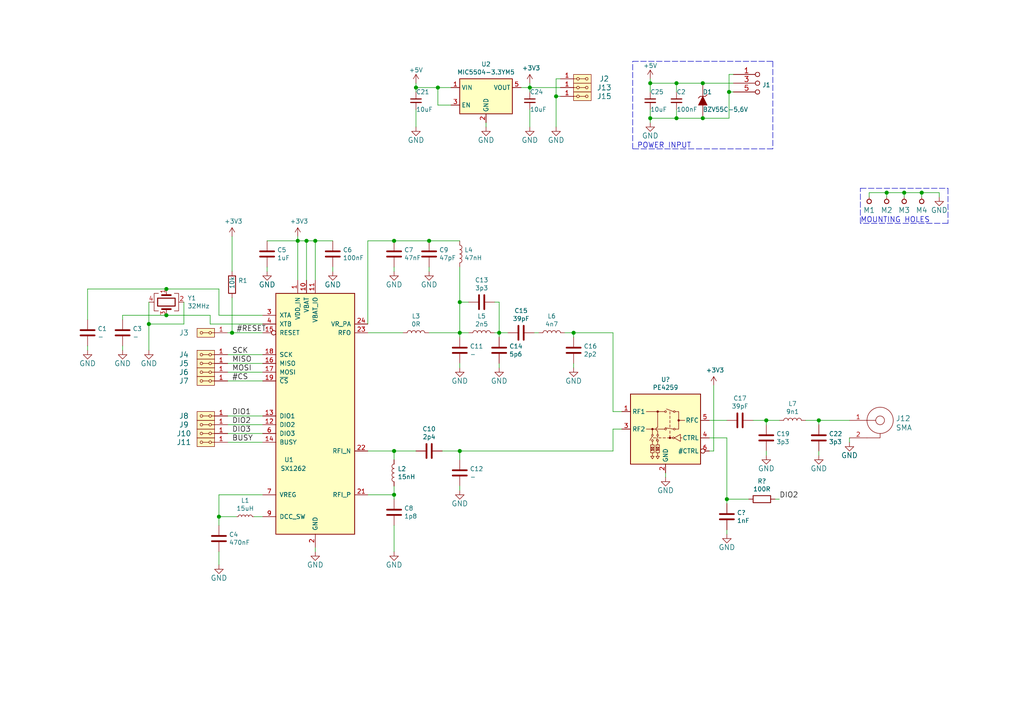
<source format=kicad_sch>
(kicad_sch (version 20210126) (generator eeschema)
  (paper "A4")
  (title_block (title "ISM02A") (date "%F") (company "MLAB www.mlab.cz") (comment 2 "ISM RF module with LoRa network capability") (comment 3 "info@mlab.cz") (comment 4 "GPL 3.0") (comment 6 "jacho,cernohorsky"))
  (lib_symbols
    (symbol "Device:C" (pin_numbers hide) (pin_names (offset 0.254))
      (property "Reference" "C" (at 0.635 2.54 0))
      (property "Value" "C" (at 0.635 -2.54 0))
      (symbol "C_0_1"
        (polyline (pts (xy -2.032 -0.762) (xy 2.032 -0.762)) (stroke (width 0.508)))
        (polyline (pts (xy -2.032 0.762) (xy 2.032 0.762)) (stroke (width 0.508)))
      )
      (symbol "C_1_1"
        (pin passive line (at 0 3.81 270) (length 2.794) (name "~") (number "1"))
        (pin passive line (at 0 -3.81 90) (length 2.794) (name "~") (number "2"))
      )
    )
    (symbol "Device:R" (pin_numbers hide) (pin_names (offset 0))
      (property "Reference" "R" (at 2.032 0 90))
      (property "Value" "R" (at 0 0 90))
      (symbol "R_0_1"
        (rectangle (start -1.016 -2.54) (end 1.016 2.54) (stroke (width 0.254)))
      )
      (symbol "R_1_1"
        (pin passive line (at 0 3.81 270) (length 1.27) (name "~") (number "1"))
        (pin passive line (at 0 -3.81 90) (length 1.27) (name "~") (number "2"))
      )
    )
    (symbol "ISM02A-rescue:C-Device-ISM02A-rescue" (pin_numbers hide) (pin_names (offset 0.254))
      (property "Reference" "C" (at 0.635 2.54 0))
      (property "Value" "C-Device-ISM02A-rescue" (at 0.635 -2.54 0))
      (symbol "C-Device-ISM02A-rescue_0_1"
        (polyline (pts (xy -2.032 -0.762) (xy 2.032 -0.762)) (stroke (width 0.508)))
        (polyline (pts (xy -2.032 0.762) (xy 2.032 0.762)) (stroke (width 0.508)))
      )
      (symbol "C-Device-ISM02A-rescue_1_1"
        (pin passive line (at 0 3.81 270) (length 2.794) (name "~") (number "1"))
        (pin passive line (at 0 -3.81 90) (length 2.794) (name "~") (number "2"))
      )
    )
    (symbol "ISM02A-rescue:C_Small-Device-ISM02A-rescue" (pin_numbers hide) (pin_names (offset 0.254) hide)
      (property "Reference" "C" (at 0.254 1.778 0))
      (property "Value" "C_Small-Device-ISM02A-rescue" (at 0.254 -2.032 0))
      (symbol "C_Small-Device-ISM02A-rescue_0_1"
        (polyline (pts (xy -1.524 -0.508) (xy 1.524 -0.508)) (stroke (width 0.3302)))
        (polyline (pts (xy -1.524 0.508) (xy 1.524 0.508)) (stroke (width 0.3048)))
      )
      (symbol "C_Small-Device-ISM02A-rescue_1_1"
        (pin passive line (at 0 2.54 270) (length 2.032) (name "~") (number "1"))
        (pin passive line (at 0 -2.54 90) (length 2.032) (name "~") (number "2"))
      )
    )
    (symbol "ISM02A-rescue:Crystal_GND24-Device-ISM02A-rescue" (pin_names (offset 1.016) hide)
      (property "Reference" "Y" (at 3.175 5.08 0))
      (property "Value" "Crystal_GND24-Device-ISM02A-rescue" (at 3.175 3.175 0))
      (symbol "Crystal_GND24-Device-ISM02A-rescue_0_1"
        (rectangle (start -1.143 2.54) (end 1.143 -2.54) (stroke (width 0.3048)))
        (polyline (pts (xy -2.54 0) (xy -2.032 0)))
        (polyline (pts (xy -2.032 -1.27) (xy -2.032 1.27)) (stroke (width 0.508)))
        (polyline (pts (xy 0 -3.81) (xy 0 -3.556)))
        (polyline (pts (xy 0 3.556) (xy 0 3.81)))
        (polyline (pts (xy 2.032 -1.27) (xy 2.032 1.27)) (stroke (width 0.508)))
        (polyline (pts (xy 2.032 0) (xy 2.54 0)))
        (polyline (pts (xy -2.54 -2.286) (xy -2.54 -3.556) (xy 2.54 -3.556) (xy 2.54 -2.286)))
        (polyline (pts (xy -2.54 2.286) (xy -2.54 3.556) (xy 2.54 3.556) (xy 2.54 2.286)))
      )
      (symbol "Crystal_GND24-Device-ISM02A-rescue_1_1"
        (pin passive line (at -3.81 0 0) (length 1.27) (name "1") (number "1"))
        (pin passive line (at 0 5.08 270) (length 1.27) (name "2") (number "2"))
        (pin passive line (at 3.81 0 180) (length 1.27) (name "3") (number "3"))
        (pin passive line (at 0 -5.08 90) (length 1.27) (name "4") (number "4"))
      )
    )
    (symbol "ISM02A-rescue:D_ZENER-MLAB_D" (pin_numbers hide) (pin_names (offset 1.016) hide)
      (property "Reference" "D" (at 0 2.54 0))
      (property "Value" "D_ZENER-MLAB_D" (at 0 -2.54 0))
      (symbol "D_ZENER-MLAB_D_0_1"
        (polyline (pts (xy -1.778 1.27) (xy -1.27 0.762) (xy -1.27 -0.762) (xy -0.762 -1.27) (xy -0.762 -1.27)) (stroke (width 0.2032)))
        (polyline (pts (xy -1.27 0) (xy 1.27 1.27) (xy 1.27 -1.27) (xy -1.27 0) (xy -1.27 0)) (fill (type outline)))
      )
      (symbol "D_ZENER-MLAB_D_1_1"
        (pin passive line (at -5.08 0 0) (length 3.81) (name "K") (number "1"))
        (pin passive line (at 5.08 0 180) (length 3.81) (name "A") (number "2"))
      )
    )
    (symbol "ISM02A-rescue:HEADER_2x01_PARALLEL-MLAB_HEADER" (pin_names (offset 1.016))
      (property "Reference" "J" (at 0 -2.54 0))
      (property "Value" "HEADER_2x01_PARALLEL-MLAB_HEADER" (at 0 2.54 0))
      (symbol "HEADER_2x01_PARALLEL-MLAB_HEADER_0_1"
        (circle (center -1.27 0) (radius 0.381))
        (circle (center 1.27 0) (radius 0.381))
        (rectangle (start -2.54 1.27) (end 2.54 -1.27) (fill (type background)))
        (polyline (pts (xy -1.651 0) (xy -2.54 0)))
        (polyline (pts (xy -0.889 0) (xy 0.889 0)))
      )
      (symbol "HEADER_2x01_PARALLEL-MLAB_HEADER_1_1"
        (pin input line (at -6.35 0 0) (length 3.81) (name "~") (number "1"))
        (pin input line (at -6.35 0 0) (length 3.81) hide (name "~") (number "2"))
      )
    )
    (symbol "ISM02A-rescue:HOLE-MLAB_MECHANICAL" (pin_numbers hide) (pin_names (offset 1.016) hide)
      (property "Reference" "M" (at 0 2.54 0))
      (property "Value" "HOLE-MLAB_MECHANICAL" (at 0 -2.54 0))
      (symbol "HOLE-MLAB_MECHANICAL_0_1"
        (circle (center 0 0) (radius 0.635) (stroke (width 0.254)))
      )
      (symbol "HOLE-MLAB_MECHANICAL_1_1"
        (pin input line (at 1.27 0 180) (length 0.635) (name "~") (number "1"))
      )
    )
    (symbol "ISM02A-rescue:JUMP_3X2-MLAB_Jumpers" (pin_names (offset 1.016) hide)
      (property "Reference" "J" (at -8.89 5.08 0))
      (symbol "JUMP_3X2-MLAB_Jumpers_1_1"
        (pin passive inverted (at -10.16 3.81 0) (length 7.62) (name "2") (number "1"))
        (pin passive inverted (at -10.16 3.81 0) (length 7.62) hide (name "2") (number "2"))
        (pin passive inverted (at -10.16 1.27 0) (length 7.62) (name "4") (number "3"))
        (pin passive inverted (at -10.16 1.27 0) (length 7.62) hide (name "4") (number "4"))
        (pin passive inverted (at -10.16 -1.27 0) (length 7.62) (name "6") (number "5"))
        (pin passive inverted (at -10.16 -1.27 0) (length 7.62) hide (name "6") (number "6"))
      )
    )
    (symbol "ISM02A-rescue:L-Device-ISM02A-rescue" (pin_numbers hide) (pin_names (offset 1.016) hide)
      (property "Reference" "L" (at -1.27 0 90))
      (property "Value" "L-Device-ISM02A-rescue" (at 1.905 0 90))
      (symbol "L-Device-ISM02A-rescue_0_1"
        (arc (start 0 -2.54) (end 0 -1.27) (radius (at 0 -1.905) (length 0.635) (angles -89.9 89.9)))
        (arc (start 0 -1.27) (end 0 0) (radius (at 0 -0.635) (length 0.635) (angles -89.9 89.9)))
        (arc (start 0 0) (end 0 1.27) (radius (at 0 0.635) (length 0.635) (angles -89.9 89.9)))
        (arc (start 0 1.27) (end 0 2.54) (radius (at 0 1.905) (length 0.635) (angles -89.9 89.9)))
      )
      (symbol "L-Device-ISM02A-rescue_1_1"
        (pin passive line (at 0 3.81 270) (length 1.27) (name "1") (number "1"))
        (pin passive line (at 0 -3.81 90) (length 1.27) (name "2") (number "2"))
      )
    )
    (symbol "ISM02A-rescue:L_Small-Device-ISM02A-rescue" (pin_numbers hide) (pin_names (offset 0.254) hide)
      (property "Reference" "L" (at 0.762 1.016 0))
      (property "Value" "L_Small-Device-ISM02A-rescue" (at 0.762 -1.016 0))
      (symbol "L_Small-Device-ISM02A-rescue_0_1"
        (arc (start 0 -2.032) (end 0 -1.016) (radius (at 0 -1.524) (length 0.508) (angles -89.9 89.9)))
        (arc (start 0 -1.016) (end 0 0) (radius (at 0 -0.508) (length 0.508) (angles -89.9 89.9)))
        (arc (start 0 0) (end 0 1.016) (radius (at 0 0.508) (length 0.508) (angles -89.9 89.9)))
        (arc (start 0 1.016) (end 0 2.032) (radius (at 0 1.524) (length 0.508) (angles -89.9 89.9)))
      )
      (symbol "L_Small-Device-ISM02A-rescue_1_1"
        (pin passive line (at 0 2.54 270) (length 0.508) (name "~") (number "1"))
        (pin passive line (at 0 -2.54 90) (length 0.508) (name "~") (number "2"))
      )
    )
    (symbol "ISM02A-rescue:MIC5504-3.3YM5-Regulator_Linear-ISM02A-rescue"
      (property "Reference" "U" (at -7.62 8.89 0))
      (property "Value" "MIC5504-3.3YM5-Regulator_Linear-ISM02A-rescue" (at -7.62 6.35 0))
      (symbol "MIC5504-3.3YM5-Regulator_Linear-ISM02A-rescue_0_1"
        (rectangle (start -7.62 -5.08) (end 7.62 5.08) (stroke (width 0.254)) (fill (type background)))
      )
      (symbol "MIC5504-3.3YM5-Regulator_Linear-ISM02A-rescue_1_1"
        (pin power_in line (at -10.16 2.54 0) (length 2.54) (name "VIN") (number "1"))
        (pin power_in line (at 0 -7.62 90) (length 2.54) (name "GND") (number "2"))
        (pin input line (at -10.16 -2.54 0) (length 2.54) (name "EN") (number "3"))
        (pin no_connect line (at 7.62 -2.54 180) (length 2.54) hide (name "NC") (number "4"))
        (pin power_out line (at 10.16 2.54 180) (length 2.54) (name "VOUT") (number "5"))
      )
    )
    (symbol "ISM02A-rescue:R-Device-ISM02A-rescue" (pin_numbers hide) (pin_names (offset 0))
      (property "Reference" "R" (at 2.032 0 90))
      (property "Value" "R-Device-ISM02A-rescue" (at 0 0 90))
      (symbol "R-Device-ISM02A-rescue_0_1"
        (rectangle (start -1.016 -2.54) (end 1.016 2.54) (stroke (width 0.254)))
      )
      (symbol "R-Device-ISM02A-rescue_1_1"
        (pin passive line (at 0 3.81 270) (length 1.27) (name "~") (number "1"))
        (pin passive line (at 0 -3.81 90) (length 1.27) (name "~") (number "2"))
      )
    )
    (symbol "ISM02A-rescue:SMA-MLAB_CONNECTORS" (pin_names (offset 1.016))
      (property "Reference" "J" (at 0 5.08 0))
      (property "Value" "SMA-MLAB_CONNECTORS" (at 3.81 -5.08 0))
      (symbol "SMA-MLAB_CONNECTORS_0_1"
        (circle (center 0 0) (radius 1.27))
        (circle (center 0 0) (radius 3.81))
        (polyline (pts (xy -1.27 0) (xy -3.81 0)))
        (polyline (pts (xy 0 -3.81) (xy 0 -5.08) (xy -3.81 -5.08)))
      )
      (symbol "SMA-MLAB_CONNECTORS_1_1"
        (pin unspecified line (at -8.89 0 0) (length 5.08) (name "~") (number "1"))
        (pin unspecified line (at -8.89 -5.08 0) (length 5.08) (name "~") (number "2"))
      )
    )
    (symbol "ISM02A-rescue:SX1262-MLAB_IO-ISM02A-rescue" (pin_names (offset 1.016))
      (property "Reference" "U" (at -15.24 25.4 0))
      (property "Value" "SX1262-MLAB_IO-ISM02A-rescue" (at -15.24 22.86 0))
      (symbol "SX1262-MLAB_IO-ISM02A-rescue_0_1"
        (rectangle (start -11.43 21.59) (end 11.43 -48.26) (stroke (width 0.254)) (fill (type background)))
      )
      (symbol "SX1262-MLAB_IO-ISM02A-rescue_1_1"
        (pin power_in line (at -5.08 25.4 270) (length 3.81) (name "VDD_IN") (number "1"))
        (pin power_in line (at -2.54 25.4 270) (length 3.81) (name "VBAT") (number "10"))
        (pin power_in line (at 0 25.4 270) (length 3.81) (name "VBAT_IO") (number "11"))
        (pin bidirectional line (at -15.24 -16.51 0) (length 3.81) (name "DIO2") (number "12"))
        (pin bidirectional line (at -15.24 -13.97 0) (length 3.81) (name "DIO1") (number "13"))
        (pin passive line (at -15.24 -21.59 0) (length 3.81) (name "BUSY") (number "14"))
        (pin input inverted (at -15.24 10.16 0) (length 3.81) (name "RESET") (number "15"))
        (pin output line (at -15.24 1.27 0) (length 3.81) (name "MISO") (number "16"))
        (pin input line (at -15.24 -1.27 0) (length 3.81) (name "MOSI") (number "17"))
        (pin input line (at -15.24 3.81 0) (length 3.81) (name "SCK") (number "18"))
        (pin input line (at -15.24 -3.81 0) (length 3.81) (name "~CS~") (number "19"))
        (pin power_in line (at 0 -52.07 90) (length 3.81) (name "GND") (number "2"))
        (pin passive line (at 0 -52.07 90) (length 3.81) hide (name "GND") (number "20"))
        (pin input line (at 15.24 -36.83 180) (length 3.81) (name "RFI_P") (number "21"))
        (pin input line (at 15.24 -24.13 180) (length 3.81) (name "RFI_N") (number "22"))
        (pin output line (at 15.24 10.16 180) (length 3.81) (name "RFO") (number "23"))
        (pin unspecified line (at 15.24 12.7 180) (length 3.81) (name "VR_PA") (number "24"))
        (pin power_in line (at 0 -52.07 90) (length 3.81) hide (name "GND") (number "25"))
        (pin bidirectional line (at -15.24 15.24 0) (length 3.81) (name "XTA") (number "3"))
        (pin bidirectional line (at -15.24 12.7 0) (length 3.81) (name "XTB") (number "4"))
        (pin passive line (at 0 -52.07 90) (length 3.81) hide (name "GND") (number "5"))
        (pin bidirectional line (at -15.24 -19.05 0) (length 3.81) (name "DIO3") (number "6"))
        (pin passive line (at -15.24 -36.83 0) (length 3.81) (name "VREG") (number "7"))
        (pin passive line (at 0 -52.07 90) (length 3.81) hide (name "GND") (number "8"))
        (pin passive line (at -15.24 -43.18 0) (length 3.81) (name "DCC_SW") (number "9"))
      )
    )
    (symbol "MLAB_IO:PE4259"
      (property "Reference" "U" (at -10.16 11.43 0))
      (property "Value" "PE4259" (at 1.27 11.43 0))
      (symbol "PE4259_0_0"
        (arc (start 2.286 -0.508) (end 2.286 0.508) (radius (at 2.286 0) (length 0.508) (angles -89.9 89.9)))
        (circle (center -3.81 2.54) (radius 0.254) (fill (type outline)))
        (circle (center -2.286 -2.54) (radius 0.254))
        (circle (center -1.27 -2.54) (radius 0.254) (fill (type outline)))
        (text "50" (at 2.286 -5.715 900) (effects (font (size 0.635 0.635))))
        (text "50" (at 3.81 -5.715 900) (effects (font (size 0.635 0.635))))
        (rectangle (start -10.16 10.16) (end 10.16 -10.16) (stroke (width 0.254)) (fill (type background)))
        (polyline (pts (xy -4.318 -2.54) (xy -4.826 -2.54)))
        (polyline (pts (xy -3.81 2.54) (xy -5.588 2.54)))
        (polyline (pts (xy -1.27 -2.54) (xy -1.27 -1.778)))
        (polyline (pts (xy -1.27 -1.27) (xy -1.27 -0.508)))
        (polyline (pts (xy -1.27 1.27) (xy -1.27 0.508)))
        (polyline (pts (xy -1.27 2.54) (xy -1.27 1.778)))
        (polyline (pts (xy -1.27 3.81) (xy -1.27 3.048)))
        (polyline (pts (xy -1.27 5.08) (xy -1.27 4.318)))
        (polyline (pts (xy -0.508 -2.54) (xy -2.032 -2.54)))
        (polyline (pts (xy 0 -2.54) (xy 0.762 -2.54)))
        (polyline (pts (xy 0.254 0) (xy 5.588 0)))
        (polyline (pts (xy 0.254 5.08) (xy 5.588 5.08)))
        (polyline (pts (xy 2.032 -2.54) (xy 1.27 -2.54)))
        (polyline (pts (xy 2.286 0.508) (xy 2.286 5.08)))
        (polyline (pts (xy 3.556 -2.54) (xy 2.794 -2.54)))
        (polyline (pts (xy -4.318 -1.524) (xy -4.318 -3.556) (xy -2.54 -2.54) (xy -4.318 -1.524)))
        (polyline (pts (xy -2.794 0) (xy -3.81 0) (xy -3.81 5.08) (xy -2.794 5.08)))
      )
      (symbol "PE4259_0_1"
        (circle (center -2.54 0) (radius 0.254))
        (circle (center -2.54 5.08) (radius 0.254))
        (circle (center 0 0) (radius 0.254))
        (circle (center 0 5.08) (radius 0.254))
        (circle (center 2.286 -3.302) (radius 0.254))
        (circle (center 2.286 -1.778) (radius 0.254))
        (circle (center 2.286 5.08) (radius 0.254) (fill (type outline)))
        (circle (center 3.81 -3.302) (radius 0.254))
        (circle (center 3.81 -1.778) (radius 0.254))
        (circle (center 3.81 0) (radius 0.254) (fill (type outline)))
        (rectangle (start 1.778 -4.572) (end 2.794 -6.858))
        (rectangle (start 3.302 -4.572) (end 4.318 -6.858))
        (polyline (pts (xy -2.286 0) (xy 0.127 0.381)))
        (polyline (pts (xy -2.286 5.08) (xy -0.254 5.842)))
        (polyline (pts (xy 2.286 -3.556) (xy 2.286 -4.572)))
        (polyline (pts (xy 2.286 -2.032) (xy 2.667 -3.429)))
        (polyline (pts (xy 2.286 -0.508) (xy 2.286 -1.524)))
        (polyline (pts (xy 3.81 -3.556) (xy 3.81 -4.572)))
        (polyline (pts (xy 3.81 -2.032) (xy 4.572 -3.302)))
        (polyline (pts (xy 3.81 0) (xy 3.81 -1.524)))
        (polyline (pts (xy 2.286 -6.858) (xy 2.286 -7.874) (xy 1.778 -7.874) (xy 2.286 -8.636) (xy 2.794 -7.874) (xy 2.286 -7.874)))
        (polyline (pts (xy 3.81 -6.858) (xy 3.81 -7.874) (xy 3.302 -7.874) (xy 3.81 -8.636) (xy 4.318 -7.874) (xy 3.81 -7.874)))
      )
      (symbol "PE4259_1_1"
        (pin input line (at -12.7 -2.54 0) (length 2.54) (name "CTRL") (number "4"))
        (pin passive line (at -12.7 2.54 0) (length 2.54) (name "RFC") (number "5"))
        (pin passive line (at 12.7 0 180) (length 2.54) (name "RF2") (number "3"))
        (pin passive line (at 0 -12.7 90) (length 2.54) (name "GND") (number "2"))
        (pin passive line (at 12.7 5.08 180) (length 2.54) (name "RF1") (number "1"))
        (pin input inverted (at -12.7 -6.35 0) (length 2.54) (name "#CTRL") (number "6"))
      )
    )
    (symbol "power:+3.3V" (power) (pin_names (offset 0))
      (property "Value" "+3.3V" (at 0 3.556 0))
      (symbol "+3.3V_0_1"
        (polyline (pts (xy -0.762 1.27) (xy 0 2.54)))
        (polyline (pts (xy 0 0) (xy 0 2.54)))
        (polyline (pts (xy 0 2.54) (xy 0.762 1.27)))
      )
      (symbol "+3.3V_1_1"
        (pin power_in line (at 0 0 90) (length 0) hide (name "+3V3") (number "1"))
      )
    )
    (symbol "power:+5V" (power) (pin_names (offset 0))
      (property "Value" "+5V" (at 0 3.556 0))
      (symbol "+5V_0_1"
        (polyline (pts (xy -0.762 1.27) (xy 0 2.54)))
        (polyline (pts (xy 0 0) (xy 0 2.54)))
        (polyline (pts (xy 0 2.54) (xy 0.762 1.27)))
      )
      (symbol "+5V_1_1"
        (pin power_in line (at 0 0 90) (length 0) hide (name "+5V") (number "1"))
      )
    )
    (symbol "power:GND" (power) (pin_names (offset 0))
      (property "Value" "GND" (at 0 -3.81 0))
      (symbol "GND_0_1"
        (polyline (pts (xy 0 0) (xy 0 -1.27) (xy 1.27 -1.27) (xy 0 -2.54) (xy -1.27 -1.27) (xy 0 -1.27)))
      )
      (symbol "GND_1_1"
        (pin power_in line (at 0 0 270) (length 0) hide (name "GND") (number "1"))
      )
    )
  )
  (junction (at 43.18 93.98) (diameter 1.016))
  (junction (at 48.26 83.82) (diameter 1.016))
  (junction (at 48.26 91.44) (diameter 1.016))
  (junction (at 63.5 149.86) (diameter 1.016))
  (junction (at 67.31 96.52) (diameter 1.016))
  (junction (at 86.36 69.85) (diameter 1.016))
  (junction (at 88.9 69.85) (diameter 1.016))
  (junction (at 91.44 69.85) (diameter 1.016))
  (junction (at 114.3 69.85) (diameter 1.016))
  (junction (at 114.3 130.81) (diameter 1.016))
  (junction (at 114.3 143.51) (diameter 1.016))
  (junction (at 120.65 25.4) (diameter 1.016))
  (junction (at 124.46 69.85) (diameter 1.016))
  (junction (at 127 25.4) (diameter 1.016))
  (junction (at 133.35 87.63) (diameter 1.016))
  (junction (at 133.35 96.52) (diameter 1.016))
  (junction (at 133.35 130.81) (diameter 1.016))
  (junction (at 144.78 96.52) (diameter 1.016))
  (junction (at 153.67 25.4) (diameter 1.016))
  (junction (at 161.29 27.94) (diameter 1.016))
  (junction (at 166.37 96.52) (diameter 1.016))
  (junction (at 188.595 24.13) (diameter 1.016))
  (junction (at 188.595 34.29) (diameter 1.016))
  (junction (at 196.215 24.13) (diameter 1.016))
  (junction (at 196.215 34.29) (diameter 1.016))
  (junction (at 203.835 24.13) (diameter 1.016))
  (junction (at 203.835 34.29) (diameter 1.016))
  (junction (at 210.82 144.78) (diameter 1.016))
  (junction (at 211.455 26.67) (diameter 1.016))
  (junction (at 222.25 121.92) (diameter 1.016))
  (junction (at 237.49 121.92) (diameter 1.016))
  (junction (at 257.175 55.88) (diameter 1.016))
  (junction (at 262.255 55.88) (diameter 1.016))
  (junction (at 267.335 55.88) (diameter 1.016))
  (wire (pts (xy 25.4 83.82) (xy 25.4 92.71)))
  (wire (pts (xy 25.4 83.82) (xy 48.26 83.82)))
  (wire (pts (xy 25.4 100.33) (xy 25.4 101.6)))
  (wire (pts (xy 35.56 91.44) (xy 35.56 92.71)))
  (wire (pts (xy 35.56 91.44) (xy 48.26 91.44)))
  (wire (pts (xy 35.56 100.33) (xy 35.56 101.6)))
  (wire (pts (xy 43.18 87.63) (xy 43.18 93.98)))
  (wire (pts (xy 43.18 93.98) (xy 43.18 101.6)))
  (wire (pts (xy 48.26 83.82) (xy 63.5 83.82)))
  (wire (pts (xy 48.26 91.44) (xy 60.96 91.44)))
  (wire (pts (xy 53.34 87.63) (xy 53.34 93.98)))
  (wire (pts (xy 53.34 93.98) (xy 43.18 93.98)))
  (wire (pts (xy 60.96 91.44) (xy 60.96 93.98)))
  (wire (pts (xy 60.96 93.98) (xy 76.2 93.98)))
  (wire (pts (xy 63.5 91.44) (xy 63.5 83.82)))
  (wire (pts (xy 63.5 143.51) (xy 63.5 149.86)))
  (wire (pts (xy 63.5 149.86) (xy 63.5 152.4)))
  (wire (pts (xy 63.5 160.02) (xy 63.5 163.83)))
  (wire (pts (xy 66.04 96.52) (xy 67.31 96.52)))
  (wire (pts (xy 66.04 102.87) (xy 76.2 102.87)))
  (wire (pts (xy 66.04 105.41) (xy 76.2 105.41)))
  (wire (pts (xy 66.04 107.95) (xy 76.2 107.95)))
  (wire (pts (xy 66.04 110.49) (xy 76.2 110.49)))
  (wire (pts (xy 66.04 120.65) (xy 76.2 120.65)))
  (wire (pts (xy 66.04 123.19) (xy 76.2 123.19)))
  (wire (pts (xy 66.04 125.73) (xy 76.2 125.73)))
  (wire (pts (xy 66.04 128.27) (xy 76.2 128.27)))
  (wire (pts (xy 67.31 68.58) (xy 67.31 78.74)))
  (wire (pts (xy 67.31 86.36) (xy 67.31 96.52)))
  (wire (pts (xy 67.31 96.52) (xy 76.2 96.52)))
  (wire (pts (xy 68.58 149.86) (xy 63.5 149.86)))
  (wire (pts (xy 76.2 91.44) (xy 63.5 91.44)))
  (wire (pts (xy 76.2 143.51) (xy 63.5 143.51)))
  (wire (pts (xy 76.2 149.86) (xy 73.66 149.86)))
  (wire (pts (xy 77.47 69.85) (xy 86.36 69.85)))
  (wire (pts (xy 77.47 77.47) (xy 77.47 78.74)))
  (wire (pts (xy 86.36 68.58) (xy 86.36 69.85)))
  (wire (pts (xy 86.36 69.85) (xy 86.36 81.28)))
  (wire (pts (xy 86.36 69.85) (xy 88.9 69.85)))
  (wire (pts (xy 88.9 69.85) (xy 88.9 81.28)))
  (wire (pts (xy 88.9 69.85) (xy 91.44 69.85)))
  (wire (pts (xy 91.44 69.85) (xy 91.44 81.28)))
  (wire (pts (xy 91.44 69.85) (xy 96.52 69.85)))
  (wire (pts (xy 91.44 158.75) (xy 91.44 160.02)))
  (wire (pts (xy 96.52 77.47) (xy 96.52 78.74)))
  (wire (pts (xy 106.68 69.85) (xy 114.3 69.85)))
  (wire (pts (xy 106.68 93.98) (xy 106.68 69.85)))
  (wire (pts (xy 106.68 96.52) (xy 116.84 96.52)))
  (wire (pts (xy 106.68 130.81) (xy 114.3 130.81)))
  (wire (pts (xy 106.68 143.51) (xy 114.3 143.51)))
  (wire (pts (xy 114.3 69.85) (xy 124.46 69.85)))
  (wire (pts (xy 114.3 77.47) (xy 114.3 78.74)))
  (wire (pts (xy 114.3 130.81) (xy 120.65 130.81)))
  (wire (pts (xy 114.3 133.35) (xy 114.3 130.81)))
  (wire (pts (xy 114.3 143.51) (xy 114.3 140.97)))
  (wire (pts (xy 114.3 143.51) (xy 114.3 144.78)))
  (wire (pts (xy 114.3 152.4) (xy 114.3 160.02)))
  (wire (pts (xy 120.65 24.13) (xy 120.65 25.4)))
  (wire (pts (xy 120.65 25.4) (xy 120.65 26.67)))
  (wire (pts (xy 120.65 31.75) (xy 120.65 36.83)))
  (wire (pts (xy 124.46 69.85) (xy 133.35 69.85)))
  (wire (pts (xy 124.46 77.47) (xy 124.46 78.74)))
  (wire (pts (xy 127 25.4) (xy 120.65 25.4)))
  (wire (pts (xy 127 25.4) (xy 130.81 25.4)))
  (wire (pts (xy 127 30.48) (xy 127 25.4)))
  (wire (pts (xy 128.27 130.81) (xy 133.35 130.81)))
  (wire (pts (xy 130.81 30.48) (xy 127 30.48)))
  (wire (pts (xy 133.35 77.47) (xy 133.35 87.63)))
  (wire (pts (xy 133.35 87.63) (xy 133.35 96.52)))
  (wire (pts (xy 133.35 87.63) (xy 135.89 87.63)))
  (wire (pts (xy 133.35 96.52) (xy 124.46 96.52)))
  (wire (pts (xy 133.35 96.52) (xy 133.35 97.79)))
  (wire (pts (xy 133.35 96.52) (xy 135.89 96.52)))
  (wire (pts (xy 133.35 105.41) (xy 133.35 106.68)))
  (wire (pts (xy 133.35 130.81) (xy 133.35 133.35)))
  (wire (pts (xy 133.35 130.81) (xy 177.8 130.81)))
  (wire (pts (xy 133.35 140.97) (xy 133.35 142.24)))
  (wire (pts (xy 140.97 35.56) (xy 140.97 36.83)))
  (wire (pts (xy 143.51 87.63) (xy 144.78 87.63)))
  (wire (pts (xy 143.51 96.52) (xy 144.78 96.52)))
  (wire (pts (xy 144.78 87.63) (xy 144.78 96.52)))
  (wire (pts (xy 144.78 96.52) (xy 144.78 97.79)))
  (wire (pts (xy 144.78 96.52) (xy 147.32 96.52)))
  (wire (pts (xy 144.78 105.41) (xy 144.78 106.68)))
  (wire (pts (xy 151.13 25.4) (xy 153.67 25.4)))
  (wire (pts (xy 153.67 25.4) (xy 153.67 24.13)))
  (wire (pts (xy 153.67 25.4) (xy 162.56 25.4)))
  (wire (pts (xy 153.67 26.67) (xy 153.67 25.4)))
  (wire (pts (xy 153.67 31.75) (xy 153.67 36.83)))
  (wire (pts (xy 154.94 96.52) (xy 156.21 96.52)))
  (wire (pts (xy 161.29 22.86) (xy 161.29 27.94)))
  (wire (pts (xy 161.29 27.94) (xy 161.29 36.83)))
  (wire (pts (xy 161.29 27.94) (xy 162.56 27.94)))
  (wire (pts (xy 162.56 22.86) (xy 161.29 22.86)))
  (wire (pts (xy 163.83 96.52) (xy 166.37 96.52)))
  (wire (pts (xy 166.37 96.52) (xy 177.8 96.52)))
  (wire (pts (xy 166.37 97.79) (xy 166.37 96.52)))
  (wire (pts (xy 166.37 105.41) (xy 166.37 106.68)))
  (wire (pts (xy 177.8 96.52) (xy 177.8 119.38)))
  (wire (pts (xy 177.8 119.38) (xy 180.34 119.38)))
  (wire (pts (xy 177.8 124.46) (xy 180.34 124.46)))
  (wire (pts (xy 177.8 130.81) (xy 177.8 124.46)))
  (wire (pts (xy 188.595 22.86) (xy 188.595 24.13)))
  (wire (pts (xy 188.595 24.13) (xy 188.595 26.67)))
  (wire (pts (xy 188.595 31.75) (xy 188.595 34.29)))
  (wire (pts (xy 188.595 34.29) (xy 188.595 35.56)))
  (wire (pts (xy 193.04 137.16) (xy 193.04 138.43)))
  (wire (pts (xy 196.215 24.13) (xy 188.595 24.13)))
  (wire (pts (xy 196.215 24.13) (xy 196.215 26.67)))
  (wire (pts (xy 196.215 31.75) (xy 196.215 34.29)))
  (wire (pts (xy 196.215 34.29) (xy 188.595 34.29)))
  (wire (pts (xy 196.215 34.29) (xy 203.835 34.29)))
  (wire (pts (xy 203.835 24.13) (xy 196.215 24.13)))
  (wire (pts (xy 203.835 24.13) (xy 212.725 24.13)))
  (wire (pts (xy 203.835 34.29) (xy 211.455 34.29)))
  (wire (pts (xy 205.74 121.92) (xy 210.82 121.92)))
  (wire (pts (xy 205.74 127) (xy 210.82 127)))
  (wire (pts (xy 205.74 130.81) (xy 207.01 130.81)))
  (wire (pts (xy 207.01 111.76) (xy 207.01 130.81)))
  (wire (pts (xy 210.82 127) (xy 210.82 144.78)))
  (wire (pts (xy 210.82 144.78) (xy 210.82 146.05)))
  (wire (pts (xy 210.82 144.78) (xy 217.17 144.78)))
  (wire (pts (xy 210.82 153.67) (xy 210.82 154.94)))
  (wire (pts (xy 211.455 21.59) (xy 211.455 26.67)))
  (wire (pts (xy 211.455 26.67) (xy 211.455 34.29)))
  (wire (pts (xy 212.725 21.59) (xy 211.455 21.59)))
  (wire (pts (xy 212.725 26.67) (xy 211.455 26.67)))
  (wire (pts (xy 218.44 121.92) (xy 222.25 121.92)))
  (wire (pts (xy 222.25 121.92) (xy 226.06 121.92)))
  (wire (pts (xy 222.25 123.19) (xy 222.25 121.92)))
  (wire (pts (xy 222.25 130.81) (xy 222.25 132.08)))
  (wire (pts (xy 224.79 144.78) (xy 226.06 144.78)))
  (wire (pts (xy 233.68 121.92) (xy 237.49 121.92)))
  (wire (pts (xy 237.49 121.92) (xy 237.49 123.19)))
  (wire (pts (xy 237.49 121.92) (xy 246.38 121.92)))
  (wire (pts (xy 237.49 130.81) (xy 237.49 132.08)))
  (wire (pts (xy 246.38 127) (xy 246.38 128.27)))
  (wire (pts (xy 252.095 55.88) (xy 252.095 57.15)))
  (wire (pts (xy 257.175 55.88) (xy 252.095 55.88)))
  (wire (pts (xy 257.175 57.15) (xy 257.175 55.88)))
  (wire (pts (xy 262.255 55.88) (xy 257.175 55.88)))
  (wire (pts (xy 262.255 57.15) (xy 262.255 55.88)))
  (wire (pts (xy 267.335 55.88) (xy 262.255 55.88)))
  (wire (pts (xy 267.335 57.15) (xy 267.335 55.88)))
  (wire (pts (xy 272.415 55.88) (xy 267.335 55.88)))
  (wire (pts (xy 272.415 57.15) (xy 272.415 55.88)))
  (polyline (pts (xy 183.515 17.78) (xy 224.155 17.78)) (stroke (width 0) (type dash)))
  (polyline (pts (xy 183.515 43.18) (xy 183.515 17.78)) (stroke (width 0) (type dash)))
  (polyline (pts (xy 224.155 17.78) (xy 224.155 43.18)) (stroke (width 0) (type dash)))
  (polyline (pts (xy 224.155 43.18) (xy 183.515 43.18)) (stroke (width 0) (type dash)))
  (polyline (pts (xy 249.555 54.61) (xy 274.955 54.61)) (stroke (width 0) (type dash)))
  (polyline (pts (xy 249.555 64.77) (xy 249.555 54.61)) (stroke (width 0) (type dash)))
  (polyline (pts (xy 274.955 54.61) (xy 274.955 64.77)) (stroke (width 0) (type dash)))
  (polyline (pts (xy 274.955 64.77) (xy 249.555 64.77)) (stroke (width 0) (type dash)))
  (text "POWER INPUT" (at 184.785 43.18 0) (effects (font (size 1.524 1.524)) (justify left bottom)))
  (text "MOUNTING HOLES" (at 249.555 64.77 0) (effects (font (size 1.524 1.524)) (justify left bottom)))
  (label "SCK" (at 67.31 102.87 0) (effects (font (size 1.524 1.524))))
  (label "MISO" (at 67.31 105.41 0) (effects (font (size 1.524 1.524))))
  (label "MOSI" (at 67.31 107.95 0) (effects (font (size 1.524 1.524))))
  (label "#CS" (at 67.31 110.49 0) (effects (font (size 1.524 1.524))))
  (label "DIO1" (at 67.31 120.65 0) (effects (font (size 1.524 1.524))))
  (label "DIO2" (at 67.31 123.19 0) (effects (font (size 1.524 1.524))))
  (label "DIO3" (at 67.31 125.73 0) (effects (font (size 1.524 1.524))))
  (label "BUSY" (at 67.31 128.27 0) (effects (font (size 1.524 1.524))))
  (label "#RESET" (at 68.58 96.52 0) (effects (font (size 1.524 1.524))))
  (label "DIO2" (at 226.06 144.78 0) (effects (font (size 1.524 1.524))))
  (symbol (lib_id "ISM02A-rescue:HOLE-MLAB_MECHANICAL") (at 252.095 58.42 90) (unit 1)
    (property "Reference" "M1" (at 252.095 60.96 90) (effects (font (size 1.524 1.524))))
    (property "Value" "HOLE" (effects hide))
    (property "Footprint" "Mlab_Mechanical:MountingHole_3mm" (effects hide))
  )
  (symbol (lib_id "ISM02A-rescue:HOLE-MLAB_MECHANICAL") (at 257.175 58.42 90) (unit 1)
    (property "Reference" "M2" (at 257.175 60.96 90) (effects (font (size 1.524 1.524))))
    (property "Value" "HOLE" (effects hide))
    (property "Footprint" "Mlab_Mechanical:MountingHole_3mm" (effects hide))
  )
  (symbol (lib_id "ISM02A-rescue:HOLE-MLAB_MECHANICAL") (at 262.255 58.42 90) (unit 1)
    (property "Reference" "M3" (at 262.255 60.96 90) (effects (font (size 1.524 1.524))))
    (property "Value" "HOLE" (effects hide))
    (property "Footprint" "Mlab_Mechanical:MountingHole_3mm" (effects hide))
  )
  (symbol (lib_id "ISM02A-rescue:HOLE-MLAB_MECHANICAL") (at 267.335 58.42 90) (unit 1)
    (property "Reference" "M4" (at 267.335 60.96 90) (effects (font (size 1.524 1.524))))
    (property "Value" "HOLE" (effects hide))
    (property "Footprint" "Mlab_Mechanical:MountingHole_3mm" (effects hide))
  )
  (symbol (lib_id "ISM02A-rescue:L_Small-Device-ISM02A-rescue") (at 71.12 149.86 90) (unit 1)
    (property "Reference" "L1" (at 71.12 145.161 90))
    (property "Value" "15uH" (at 71.12 147.4724 90))
    (property "Footprint" "Mlab_R:SMD-0805" (effects hide))
    (property "MFPN" "MLZ2012M150W 0805" (effects hide))
    (property "UST_ID" "5dad55e8128750448eca1941" (effects hide))
  )
  (symbol (lib_id "power:+3.3V") (at 67.31 68.58 0) (unit 1)
    (property "Reference" "#PWR0113" (effects hide))
    (property "Value" "+3.3V" (at 67.691 64.1858 0))
  )
  (symbol (lib_id "power:+3.3V") (at 86.36 68.58 0) (unit 1)
    (property "Reference" "#PWR0107" (effects hide))
    (property "Value" "+3.3V" (at 86.741 64.1858 0))
  )
  (symbol (lib_id "power:+5V") (at 120.65 24.13 0) (unit 1)
    (property "Reference" "#PWR0102" (effects hide))
    (property "Value" "+5V" (at 120.65 20.32 0))
  )
  (symbol (lib_id "power:+3.3V") (at 153.67 24.13 0) (unit 1)
    (property "Reference" "#PWR0105" (effects hide))
    (property "Value" "+3.3V" (at 154.051 19.7358 0))
  )
  (symbol (lib_id "power:+5V") (at 188.595 22.86 0) (unit 1)
    (property "Reference" "#PWR0101" (effects hide))
    (property "Value" "+5V" (at 188.595 19.05 0))
  )
  (symbol (lib_id "power:+3.3V") (at 207.01 111.76 0) (unit 1)
    (property "Reference" "#PWR?" (effects hide))
    (property "Value" "+3.3V" (at 207.391 107.3658 0))
  )
  (symbol (lib_id "ISM02A-rescue:L-Device-ISM02A-rescue") (at 114.3 137.16 180) (unit 1)
    (property "Reference" "L2" (at 115.3414 135.9916 0) (effects (justify right)))
    (property "Value" "15nH" (at 115.3414 138.303 0) (effects (justify right)))
    (property "Footprint" "Inductor_SMD:L_0402_1005Metric" (effects hide))
    (property "MFPN" "LQW15AN15NH00D" (effects hide))
    (property "UST_ID" "5dad566c128750448eca1959" (effects hide))
  )
  (symbol (lib_id "ISM02A-rescue:L-Device-ISM02A-rescue") (at 120.65 96.52 90) (unit 1)
    (property "Reference" "L3" (at 120.65 91.694 90))
    (property "Value" "0R" (at 120.65 94.0054 90))
    (property "Footprint" "Inductor_SMD:L_0402_1005Metric" (effects hide))
    (property "UST_ID" "5c70984512875079b91f8949" (effects hide))
  )
  (symbol (lib_id "ISM02A-rescue:L-Device-ISM02A-rescue") (at 133.35 73.66 0) (unit 1)
    (property "Reference" "L4" (at 134.6962 72.4916 0) (effects (justify left)))
    (property "Value" "47nH" (at 134.6962 74.803 0) (effects (justify left)))
    (property "Footprint" "Inductor_SMD:L_0402_1005Metric" (effects hide))
    (property "MFPN" "LQW15AN47NJ00D" (effects hide))
    (property "UST_ID" "5dad56ba128750448eca1968" (effects hide))
  )
  (symbol (lib_id "ISM02A-rescue:L-Device-ISM02A-rescue") (at 139.7 96.52 90) (unit 1)
    (property "Reference" "L5" (at 139.7 91.694 90))
    (property "Value" "2n5" (at 139.7 94.0054 90))
    (property "Footprint" "Inductor_SMD:L_0402_1005Metric" (effects hide))
    (property "MFPN" "LQW15AN2N5C00D" (effects hide))
    (property "UST_ID" "5dad56ff128750448eca1975" (effects hide))
  )
  (symbol (lib_id "ISM02A-rescue:L-Device-ISM02A-rescue") (at 160.02 96.52 90) (unit 1)
    (property "Reference" "L6" (at 160.02 91.694 90))
    (property "Value" "4n7" (at 160.02 94.0054 90))
    (property "Footprint" "Inductor_SMD:L_0402_1005Metric" (effects hide))
    (property "MFPN" "LQW15AN4N7C00D" (effects hide))
    (property "UST_ID" "5dad574f128750448eca1986" (effects hide))
  )
  (symbol (lib_id "ISM02A-rescue:L-Device-ISM02A-rescue") (at 229.87 121.92 90) (unit 1)
    (property "Reference" "L7" (at 229.87 117.094 90))
    (property "Value" "9n1" (at 229.87 119.4054 90))
    (property "Footprint" "Inductor_SMD:L_0402_1005Metric" (effects hide))
    (property "MFPN" "LQW15AN9N1H00D" (effects hide))
    (property "UST_ID" "5dad5789128750448eca1995" (effects hide))
  )
  (symbol (lib_id "power:GND") (at 25.4 101.6 0) (unit 1)
    (property "Reference" "#PWR0108" (effects hide))
    (property "Value" "GND" (at 25.4 105.41 0) (effects (font (size 1.524 1.524))))
  )
  (symbol (lib_id "power:GND") (at 35.56 101.6 0) (unit 1)
    (property "Reference" "#PWR0109" (effects hide))
    (property "Value" "GND" (at 35.56 105.41 0) (effects (font (size 1.524 1.524))))
  )
  (symbol (lib_id "power:GND") (at 43.18 101.6 0) (unit 1)
    (property "Reference" "#PWR0132" (effects hide))
    (property "Value" "GND" (at 43.18 105.41 0) (effects (font (size 1.524 1.524))))
  )
  (symbol (lib_id "power:GND") (at 63.5 163.83 0) (unit 1)
    (property "Reference" "#PWR0111" (effects hide))
    (property "Value" "GND" (at 63.5 167.64 0) (effects (font (size 1.524 1.524))))
  )
  (symbol (lib_id "power:GND") (at 77.47 78.74 0) (unit 1)
    (property "Reference" "#PWR0106" (effects hide))
    (property "Value" "GND" (at 77.47 82.55 0) (effects (font (size 1.524 1.524))))
  )
  (symbol (lib_id "power:GND") (at 91.44 160.02 0) (unit 1)
    (property "Reference" "#PWR0112" (effects hide))
    (property "Value" "GND" (at 91.44 163.83 0) (effects (font (size 1.524 1.524))))
  )
  (symbol (lib_id "power:GND") (at 96.52 78.74 0) (unit 1)
    (property "Reference" "#PWR0110" (effects hide))
    (property "Value" "GND" (at 96.52 82.55 0) (effects (font (size 1.524 1.524))))
  )
  (symbol (lib_id "power:GND") (at 114.3 78.74 0) (unit 1)
    (property "Reference" "#PWR0114" (effects hide))
    (property "Value" "GND" (at 114.3 82.55 0) (effects (font (size 1.524 1.524))))
  )
  (symbol (lib_id "power:GND") (at 114.3 160.02 0) (unit 1)
    (property "Reference" "#PWR0119" (effects hide))
    (property "Value" "GND" (at 114.3 163.83 0) (effects (font (size 1.524 1.524))))
  )
  (symbol (lib_id "power:GND") (at 120.65 36.83 0) (unit 1)
    (property "Reference" "#PWR0123" (effects hide))
    (property "Value" "GND" (at 120.65 40.64 0) (effects (font (size 1.524 1.524))))
  )
  (symbol (lib_id "power:GND") (at 124.46 78.74 0) (unit 1)
    (property "Reference" "#PWR0115" (effects hide))
    (property "Value" "GND" (at 124.46 82.55 0) (effects (font (size 1.524 1.524))))
  )
  (symbol (lib_id "power:GND") (at 133.35 106.68 0) (unit 1)
    (property "Reference" "#PWR0116" (effects hide))
    (property "Value" "GND" (at 133.35 110.49 0) (effects (font (size 1.524 1.524))))
  )
  (symbol (lib_id "power:GND") (at 133.35 142.24 0) (unit 1)
    (property "Reference" "#PWR0120" (effects hide))
    (property "Value" "GND" (at 133.35 146.05 0) (effects (font (size 1.524 1.524))))
  )
  (symbol (lib_id "power:GND") (at 140.97 36.83 0) (unit 1)
    (property "Reference" "#PWR0103" (effects hide))
    (property "Value" "GND" (at 140.97 40.64 0) (effects (font (size 1.524 1.524))))
  )
  (symbol (lib_id "power:GND") (at 144.78 106.68 0) (unit 1)
    (property "Reference" "#PWR0117" (effects hide))
    (property "Value" "GND" (at 144.78 110.49 0) (effects (font (size 1.524 1.524))))
  )
  (symbol (lib_id "power:GND") (at 153.67 36.83 0) (unit 1)
    (property "Reference" "#PWR0104" (effects hide))
    (property "Value" "GND" (at 153.67 40.64 0) (effects (font (size 1.524 1.524))))
  )
  (symbol (lib_id "power:GND") (at 161.29 36.83 0) (unit 1)
    (property "Reference" "#PWR0121" (effects hide))
    (property "Value" "GND" (at 161.29 40.64 0) (effects (font (size 1.524 1.524))))
  )
  (symbol (lib_id "power:GND") (at 166.37 106.68 0) (unit 1)
    (property "Reference" "#PWR0118" (effects hide))
    (property "Value" "GND" (at 166.37 110.49 0) (effects (font (size 1.524 1.524))))
  )
  (symbol (lib_id "power:GND") (at 188.595 35.56 0) (unit 1)
    (property "Reference" "#PWR02" (effects hide))
    (property "Value" "GND" (at 188.595 39.37 0) (effects (font (size 1.524 1.524))))
  )
  (symbol (lib_id "power:GND") (at 193.04 138.43 0) (unit 1)
    (property "Reference" "#PWR?" (effects hide))
    (property "Value" "GND" (at 193.04 142.24 0) (effects (font (size 1.524 1.524))))
  )
  (symbol (lib_id "power:GND") (at 210.82 154.94 0) (unit 1)
    (property "Reference" "#PWR?" (effects hide))
    (property "Value" "GND" (at 210.82 158.75 0) (effects (font (size 1.524 1.524))))
  )
  (symbol (lib_id "power:GND") (at 222.25 132.08 0) (unit 1)
    (property "Reference" "#PWR0124" (effects hide))
    (property "Value" "GND" (at 222.25 135.89 0) (effects (font (size 1.524 1.524))))
  )
  (symbol (lib_id "power:GND") (at 237.49 132.08 0) (unit 1)
    (property "Reference" "#PWR0125" (effects hide))
    (property "Value" "GND" (at 237.49 135.89 0) (effects (font (size 1.524 1.524))))
  )
  (symbol (lib_id "power:GND") (at 246.38 128.27 0) (unit 1)
    (property "Reference" "#PWR0126" (effects hide))
    (property "Value" "GND" (at 246.38 132.08 0) (effects (font (size 1.524 1.524))))
  )
  (symbol (lib_id "power:GND") (at 272.415 57.15 0) (unit 1)
    (property "Reference" "#PWR03" (effects hide))
    (property "Value" "GND" (at 272.415 60.96 0) (effects (font (size 1.524 1.524))))
  )
  (symbol (lib_id "ISM02A-rescue:R-Device-ISM02A-rescue") (at 67.31 82.55 0) (unit 1)
    (property "Reference" "R1" (at 69.088 81.3816 0) (effects (justify left)))
    (property "Value" "10k" (at 67.31 83.82 90) (effects (justify left)))
    (property "Footprint" "Mlab_R:SMD-0805" (effects hide))
    (property "UST_ID" "5c70984612875079b91f899f" (effects hide))
  )
  (symbol (lib_id "Device:R") (at 220.98 144.78 90) (unit 1)
    (property "Reference" "R?" (at 220.98 139.5538 90))
    (property "Value" "100R" (at 220.98 141.853 90))
  )
  (symbol (lib_id "ISM02A-rescue:C_Small-Device-ISM02A-rescue") (at 120.65 29.21 0) (unit 1)
    (property "Reference" "C21" (at 120.65 26.67 0) (effects (justify left)))
    (property "Value" "10uF" (at 120.65 31.75 0) (effects (justify left)))
    (property "Footprint" "Mlab_R:SMD-0805" (effects hide))
    (property "UST_ID" "5c70984812875079b91f8bbe" (effects hide))
  )
  (symbol (lib_id "ISM02A-rescue:C_Small-Device-ISM02A-rescue") (at 153.67 29.21 0) (unit 1)
    (property "Reference" "C24" (at 153.67 26.67 0) (effects (justify left)))
    (property "Value" "10uF" (at 153.67 31.75 0) (effects (justify left)))
    (property "Footprint" "Mlab_R:SMD-0805" (effects hide))
    (property "UST_ID" "5c70984812875079b91f8bbe" (effects hide))
  )
  (symbol (lib_id "ISM02A-rescue:C_Small-Device-ISM02A-rescue") (at 188.595 29.21 0) (unit 1)
    (property "Reference" "C25" (at 188.595 26.67 0) (effects (justify left)))
    (property "Value" "10uF" (at 188.595 31.75 0) (effects (justify left)))
    (property "Footprint" "Mlab_R:SMD-0805" (effects hide))
    (property "UST_ID" "5c70984812875079b91f8bbe" (effects hide))
  )
  (symbol (lib_id "ISM02A-rescue:C_Small-Device-ISM02A-rescue") (at 196.215 29.21 0) (unit 1)
    (property "Reference" "C2" (at 196.215 26.67 0) (effects (justify left)))
    (property "Value" "100nF" (at 196.215 31.75 0) (effects (justify left)))
    (property "Footprint" "Capacitor_SMD:C_0603_1608Metric_Pad1.05x0.95mm_HandSolder" (effects hide))
    (property "UST_id" "C0805_100n" (effects hide))
    (property "UST_ID" "5c70984812875079b91f8bf2" (effects hide))
  )
  (symbol (lib_id "ISM02A-rescue:HEADER_2x01_PARALLEL-MLAB_HEADER") (at 59.69 96.52 180) (unit 1)
    (property "Reference" "J3" (at 53.34 96.52 0) (effects (font (size 1.524 1.524))))
    (property "Value" "HEADER_2x01_PARALLEL" (effects hide))
    (property "Footprint" "Mlab_Pin_Headers:Straight_2x01" (effects hide))
  )
  (symbol (lib_id "ISM02A-rescue:HEADER_2x01_PARALLEL-MLAB_HEADER") (at 59.69 102.87 180) (unit 1)
    (property "Reference" "J4" (at 53.34 102.87 0) (effects (font (size 1.524 1.524))))
    (property "Value" "HEADER_2x01_PARALLEL" (effects hide))
    (property "Footprint" "Mlab_Pin_Headers:Straight_2x01" (effects hide))
  )
  (symbol (lib_id "ISM02A-rescue:HEADER_2x01_PARALLEL-MLAB_HEADER") (at 59.69 105.41 180) (unit 1)
    (property "Reference" "J5" (at 53.34 105.41 0) (effects (font (size 1.524 1.524))))
    (property "Value" "HEADER_2x01_PARALLEL" (effects hide))
    (property "Footprint" "Mlab_Pin_Headers:Straight_2x01" (effects hide))
  )
  (symbol (lib_id "ISM02A-rescue:HEADER_2x01_PARALLEL-MLAB_HEADER") (at 59.69 107.95 180) (unit 1)
    (property "Reference" "J6" (at 53.34 107.95 0) (effects (font (size 1.524 1.524))))
    (property "Value" "HEADER_2x01_PARALLEL" (effects hide))
    (property "Footprint" "Mlab_Pin_Headers:Straight_2x01" (effects hide))
  )
  (symbol (lib_id "ISM02A-rescue:HEADER_2x01_PARALLEL-MLAB_HEADER") (at 59.69 110.49 180) (unit 1)
    (property "Reference" "J7" (at 53.34 110.49 0) (effects (font (size 1.524 1.524))))
    (property "Value" "HEADER_2x01_PARALLEL" (effects hide))
    (property "Footprint" "Mlab_Pin_Headers:Straight_2x01" (effects hide))
  )
  (symbol (lib_id "ISM02A-rescue:HEADER_2x01_PARALLEL-MLAB_HEADER") (at 59.69 120.65 180) (unit 1)
    (property "Reference" "J8" (at 53.34 120.65 0) (effects (font (size 1.524 1.524))))
    (property "Value" "HEADER_2x01_PARALLEL" (effects hide))
    (property "Footprint" "Mlab_Pin_Headers:Straight_2x01" (effects hide))
  )
  (symbol (lib_id "ISM02A-rescue:HEADER_2x01_PARALLEL-MLAB_HEADER") (at 59.69 123.19 180) (unit 1)
    (property "Reference" "J9" (at 53.34 123.19 0) (effects (font (size 1.524 1.524))))
    (property "Value" "HEADER_2x01_PARALLEL" (effects hide))
    (property "Footprint" "Mlab_Pin_Headers:Straight_2x01" (effects hide))
  )
  (symbol (lib_id "ISM02A-rescue:HEADER_2x01_PARALLEL-MLAB_HEADER") (at 59.69 125.73 180) (unit 1)
    (property "Reference" "J10" (at 53.34 125.73 0) (effects (font (size 1.524 1.524))))
    (property "Value" "HEADER_2x01_PARALLEL" (effects hide))
    (property "Footprint" "Mlab_Pin_Headers:Straight_2x01" (effects hide))
  )
  (symbol (lib_id "ISM02A-rescue:HEADER_2x01_PARALLEL-MLAB_HEADER") (at 59.69 128.27 180) (unit 1)
    (property "Reference" "J11" (at 53.34 128.27 0) (effects (font (size 1.524 1.524))))
    (property "Value" "HEADER_2x01_PARALLEL" (effects hide))
    (property "Footprint" "Mlab_Pin_Headers:Straight_2x01" (effects hide))
  )
  (symbol (lib_id "ISM02A-rescue:HEADER_2x01_PARALLEL-MLAB_HEADER") (at 168.91 22.86 0) (unit 1)
    (property "Reference" "J2" (at 175.26 22.86 0) (effects (font (size 1.524 1.524))))
    (property "Value" "HEADER_2x01_PARALLEL" (effects hide))
    (property "Footprint" "Mlab_Pin_Headers:Straight_2x01" (effects hide))
  )
  (symbol (lib_id "ISM02A-rescue:HEADER_2x01_PARALLEL-MLAB_HEADER") (at 168.91 25.4 0) (unit 1)
    (property "Reference" "J13" (at 175.26 25.4 0) (effects (font (size 1.524 1.524))))
    (property "Value" "HEADER_2x01_PARALLEL" (effects hide))
    (property "Footprint" "Mlab_Pin_Headers:Straight_2x01" (effects hide))
  )
  (symbol (lib_id "ISM02A-rescue:HEADER_2x01_PARALLEL-MLAB_HEADER") (at 168.91 27.94 0) (unit 1)
    (property "Reference" "J15" (at 175.26 27.94 0) (effects (font (size 1.524 1.524))))
    (property "Value" "HEADER_2x01_PARALLEL" (effects hide))
    (property "Footprint" "Mlab_Pin_Headers:Straight_2x01" (effects hide))
  )
  (symbol (lib_id "ISM02A-rescue:D_ZENER-MLAB_D") (at 203.835 29.21 270) (unit 1)
    (property "Reference" "D1" (at 203.835 26.67 90) (effects (justify left)))
    (property "Value" "BZV55C-5,6V" (at 203.835 31.75 90) (effects (justify left)))
    (property "Footprint" "Mlab_D:Diode-MiniMELF_Standard" (effects hide))
    (property "UST_ID" "5c70984512875079b91f88b2" (effects hide))
  )
  (symbol (lib_id "ISM02A-rescue:C-Device-ISM02A-rescue") (at 25.4 96.52 0) (unit 1)
    (property "Reference" "C1" (at 28.321 95.3516 0) (effects (justify left)))
    (property "Value" "-" (at 28.321 97.663 0) (effects (justify left)))
    (property "Footprint" "Capacitor_SMD:C_0603_1608Metric_Pad1.05x0.95mm_HandSolder" (effects hide))
  )
  (symbol (lib_id "ISM02A-rescue:C-Device-ISM02A-rescue") (at 35.56 96.52 0) (unit 1)
    (property "Reference" "C3" (at 38.481 95.3516 0) (effects (justify left)))
    (property "Value" "-" (at 38.481 97.663 0) (effects (justify left)))
    (property "Footprint" "Capacitor_SMD:C_0603_1608Metric_Pad1.05x0.95mm_HandSolder" (effects hide))
  )
  (symbol (lib_id "ISM02A-rescue:C-Device-ISM02A-rescue") (at 63.5 156.21 0) (unit 1)
    (property "Reference" "C4" (at 66.421 155.0416 0) (effects (justify left)))
    (property "Value" "470nF" (at 66.421 157.353 0) (effects (justify left)))
    (property "Footprint" "Capacitor_SMD:C_0603_1608Metric_Pad1.05x0.95mm_HandSolder" (effects hide))
    (property "MFPN" "X5R 10% 10V" (effects hide))
    (property "UST_ID" "5dad50c1128750448eca18c6" (effects hide))
  )
  (symbol (lib_id "ISM02A-rescue:C-Device-ISM02A-rescue") (at 77.47 73.66 0) (unit 1)
    (property "Reference" "C5" (at 80.391 72.4916 0) (effects (justify left)))
    (property "Value" "1uF" (at 80.391 74.803 0) (effects (justify left)))
    (property "Footprint" "Capacitor_SMD:C_0603_1608Metric_Pad1.05x0.95mm_HandSolder" (effects hide))
    (property "UST_ID" "5c70984812875079b91f8bc2" (effects hide))
  )
  (symbol (lib_id "ISM02A-rescue:C-Device-ISM02A-rescue") (at 96.52 73.66 0) (unit 1)
    (property "Reference" "C6" (at 99.441 72.4916 0) (effects (justify left)))
    (property "Value" "100nF" (at 99.441 74.803 0) (effects (justify left)))
    (property "Footprint" "Capacitor_SMD:C_0603_1608Metric_Pad1.05x0.95mm_HandSolder" (effects hide))
    (property "UST_ID" "5c70984812875079b91f8bf2" (effects hide))
  )
  (symbol (lib_id "ISM02A-rescue:C-Device-ISM02A-rescue") (at 114.3 73.66 0) (unit 1)
    (property "Reference" "C7" (at 117.221 72.4916 0) (effects (justify left)))
    (property "Value" "47nF" (at 117.221 74.803 0) (effects (justify left)))
    (property "Footprint" "Capacitor_SMD:C_0603_1608Metric_Pad1.05x0.95mm_HandSolder" (effects hide))
    (property "MFPN" "X7R 1% 16V" (effects hide))
    (property "UST_ID" "5dad51cf128750448eca18d8" (effects hide))
  )
  (symbol (lib_id "ISM02A-rescue:C-Device-ISM02A-rescue") (at 114.3 148.59 0) (unit 1)
    (property "Reference" "C8" (at 117.221 147.4216 0) (effects (justify left)))
    (property "Value" "1p8" (at 117.221 149.733 0) (effects (justify left)))
    (property "Footprint" "Capacitor_SMD:C_0603_1608Metric_Pad1.05x0.95mm_HandSolder" (effects hide))
    (property "MFPN" "C0G 0,1pF 50V" (effects hide))
    (property "UST_ID" "5dad52a4128750448eca18e8" (effects hide))
  )
  (symbol (lib_id "ISM02A-rescue:C-Device-ISM02A-rescue") (at 124.46 73.66 0) (unit 1)
    (property "Reference" "C9" (at 127.381 72.4916 0) (effects (justify left)))
    (property "Value" "47pF" (at 127.381 74.803 0) (effects (justify left)))
    (property "Footprint" "Capacitor_SMD:C_0603_1608Metric_Pad1.05x0.95mm_HandSolder" (effects hide))
    (property "MFPN" "C0G 5% 50V" (effects hide))
    (property "UST_ID" "5dad5314128750448eca18f7" (effects hide))
  )
  (symbol (lib_id "ISM02A-rescue:C-Device-ISM02A-rescue") (at 124.46 130.81 270) (unit 1)
    (property "Reference" "C10" (at 124.46 124.4092 90))
    (property "Value" "2p4" (at 124.46 126.7206 90))
    (property "Footprint" "Capacitor_SMD:C_0603_1608Metric_Pad1.05x0.95mm_HandSolder" (effects hide))
    (property "MFPN" "C0G 0,1pF 50V" (effects hide))
    (property "UST_ID" "5dad53d8128750448eca1906" (effects hide))
  )
  (symbol (lib_id "ISM02A-rescue:C-Device-ISM02A-rescue") (at 133.35 101.6 0) (unit 1)
    (property "Reference" "C11" (at 136.271 100.4316 0) (effects (justify left)))
    (property "Value" "-" (at 136.271 102.743 0) (effects (justify left)))
    (property "Footprint" "Capacitor_SMD:C_0603_1608Metric_Pad1.05x0.95mm_HandSolder" (effects hide))
  )
  (symbol (lib_id "ISM02A-rescue:C-Device-ISM02A-rescue") (at 133.35 137.16 0) (unit 1)
    (property "Reference" "C12" (at 136.271 135.9916 0) (effects (justify left)))
    (property "Value" "-" (at 136.271 138.303 0) (effects (justify left)))
    (property "Footprint" "Capacitor_SMD:C_0603_1608Metric_Pad1.05x0.95mm_HandSolder" (effects hide))
  )
  (symbol (lib_id "ISM02A-rescue:C-Device-ISM02A-rescue") (at 139.7 87.63 270) (unit 1)
    (property "Reference" "C13" (at 139.7 81.2292 90))
    (property "Value" "3p3" (at 139.7 83.5406 90))
    (property "Footprint" "Capacitor_SMD:C_0603_1608Metric_Pad1.05x0.95mm_HandSolder" (effects hide))
    (property "MFPN" "C0G 0,1pF 50V" (effects hide))
    (property "UST_ID" "5cd09016128750448e45434f" (effects hide))
  )
  (symbol (lib_id "ISM02A-rescue:C-Device-ISM02A-rescue") (at 144.78 101.6 0) (unit 1)
    (property "Reference" "C14" (at 147.701 100.4316 0) (effects (justify left)))
    (property "Value" "5p6" (at 147.701 102.743 0) (effects (justify left)))
    (property "Footprint" "Capacitor_SMD:C_0603_1608Metric_Pad1.05x0.95mm_HandSolder" (effects hide))
    (property "MFPN" "C0G 0,25pF 50V" (effects hide))
    (property "UST_ID" "5dad5450128750448eca1919" (effects hide))
  )
  (symbol (lib_id "ISM02A-rescue:C-Device-ISM02A-rescue") (at 151.13 96.52 270) (unit 1)
    (property "Reference" "C15" (at 151.13 90.1192 90))
    (property "Value" "39pF" (at 151.13 92.4306 90))
    (property "Footprint" "Capacitor_SMD:C_0603_1608Metric_Pad1.05x0.95mm_HandSolder" (effects hide))
    (property "MFPN" "C0G 5% 50V" (effects hide))
    (property "UST_ID" "5dad549f128750448eca1926" (effects hide))
  )
  (symbol (lib_id "ISM02A-rescue:C-Device-ISM02A-rescue") (at 166.37 101.6 0) (unit 1)
    (property "Reference" "C16" (at 169.291 100.4316 0) (effects (justify left)))
    (property "Value" "2p2" (at 169.291 102.743 0) (effects (justify left)))
    (property "Footprint" "Capacitor_SMD:C_0603_1608Metric_Pad1.05x0.95mm_HandSolder" (effects hide))
    (property "MFPN" "C0G 0,1pF 50V" (effects hide))
    (property "UST_ID" "5c70984812875079b91f8bdd" (effects hide))
  )
  (symbol (lib_id "Device:C") (at 210.82 149.86 0) (unit 1)
    (property "Reference" "C?" (at 213.7411 148.7106 0) (effects (justify left)))
    (property "Value" "1nF" (at 213.741 151.009 0) (effects (justify left)))
  )
  (symbol (lib_id "ISM02A-rescue:C-Device-ISM02A-rescue") (at 214.63 121.92 270) (unit 1)
    (property "Reference" "C17" (at 214.63 115.5192 90))
    (property "Value" "39pF" (at 214.63 117.8306 90))
    (property "Footprint" "Capacitor_SMD:C_0603_1608Metric_Pad1.05x0.95mm_HandSolder" (effects hide))
    (property "MFPN" "C0G 5% 50V" (effects hide))
    (property "UST_ID" "5dad549f128750448eca1926" (effects hide))
  )
  (symbol (lib_id "ISM02A-rescue:C-Device-ISM02A-rescue") (at 222.25 127 180) (unit 1)
    (property "Reference" "C19" (at 225.171 125.8316 0) (effects (justify right)))
    (property "Value" "3p3" (at 225.171 128.143 0) (effects (justify right)))
    (property "Footprint" "Capacitor_SMD:C_0603_1608Metric_Pad1.05x0.95mm_HandSolder" (effects hide))
    (property "MFPN" "C0G 0,1pF 50V" (effects hide))
    (property "UST_ID" "5cd09016128750448e45434f" (effects hide))
  )
  (symbol (lib_id "ISM02A-rescue:C-Device-ISM02A-rescue") (at 237.49 127 180) (unit 1)
    (property "Reference" "C22" (at 240.411 125.8316 0) (effects (justify right)))
    (property "Value" "3p3" (at 240.411 128.143 0) (effects (justify right)))
    (property "Footprint" "Capacitor_SMD:C_0603_1608Metric_Pad1.05x0.95mm_HandSolder" (effects hide))
    (property "MFPN" "C0G 0,1pF 50V" (effects hide))
    (property "UST_ID" "5cd09016128750448e45434f" (effects hide))
  )
  (symbol (lib_id "ISM02A-rescue:JUMP_3X2-MLAB_Jumpers") (at 222.885 25.4 0) (unit 1)
    (property "Reference" "J1" (at 221.0816 24.638 0) (effects (justify left)))
    (property "Value" "JUMP_3X2" (effects hide))
    (property "Footprint" "Mlab_Pin_Headers:Straight_2x03" (effects hide))
  )
  (symbol (lib_id "ISM02A-rescue:Crystal_GND24-Device-ISM02A-rescue") (at 48.26 87.63 270) (unit 1)
    (property "Reference" "Y1" (at 54.3814 86.4616 90) (effects (justify left)))
    (property "Value" "32MHz" (at 54.3814 88.773 90) (effects (justify left)))
    (property "Footprint" "Mlab_XTAL:Crystal_SMD_NX2016SA" (effects hide))
    (property "MFPN" "NX2016SA-32M-EXS00A-CS06465" (effects hide))
    (property "UST_ID" "5dad592b128750448eca19b2" (effects hide))
  )
  (symbol (lib_id "ISM02A-rescue:SMA-MLAB_CONNECTORS") (at 255.27 121.92 0) (unit 1)
    (property "Reference" "J12" (at 259.7912 121.3612 0) (effects (font (size 1.524 1.524)) (justify left)))
    (property "Value" "SMA" (at 259.7912 124.0536 0) (effects (font (size 1.524 1.524)) (justify left)))
    (property "Footprint" "Mlab_CON:SMA6251A13G50" (effects hide))
    (property "UST_ID" "5c70984412875079b91f87ac" (effects hide))
  )
  (symbol (lib_id "ISM02A-rescue:MIC5504-3.3YM5-Regulator_Linear-ISM02A-rescue") (at 140.97 27.94 0) (unit 1)
    (property "Reference" "U2" (at 140.97 18.6182 0))
    (property "Value" "MIC5504-3.3YM5" (at 140.97 20.9296 0))
    (property "Footprint" "Package_TO_SOT_SMD:SOT-23-5" (effects hide))
    (property "Datasheet" "http://ww1.microchip.com/downloads/en/DeviceDoc/MIC550X.pdf" (effects hide))
    (property "UST_ID" "5c7255e81287500b4e112ea2" (effects hide))
  )
  (symbol (lib_id "MLAB_IO:PE4259") (at 193.04 124.46 0) (mirror y) (unit 1)
    (property "Reference" "U?" (at 193.04 110.0898 0))
    (property "Value" "PE4259" (at 193.04 112.3885 0))
    (property "Footprint" "Package_TO_SOT_SMD:SOT-363_SC-70-6" (effects hide))
    (property "Datasheet" "https://www.psemi.com/pdf/datasheets/pe4259ds.pdf" (effects hide))
  )
  (symbol (lib_id "ISM02A-rescue:SX1262-MLAB_IO-ISM02A-rescue") (at 91.44 106.68 0) (unit 1)
    (property "Reference" "U1" (at 83.82 133.35 0))
    (property "Value" "SX1262" (at 85.09 135.89 0))
    (property "Footprint" "Package_DFN_QFN:QFN-24-1EP_4x4mm_P0.5mm_EP2.6x2.6mm_ThermalVias" (effects hide))
    (property "UST_ID" "5dad5866128750448eca19a4" (effects hide))
  )
)
</source>
